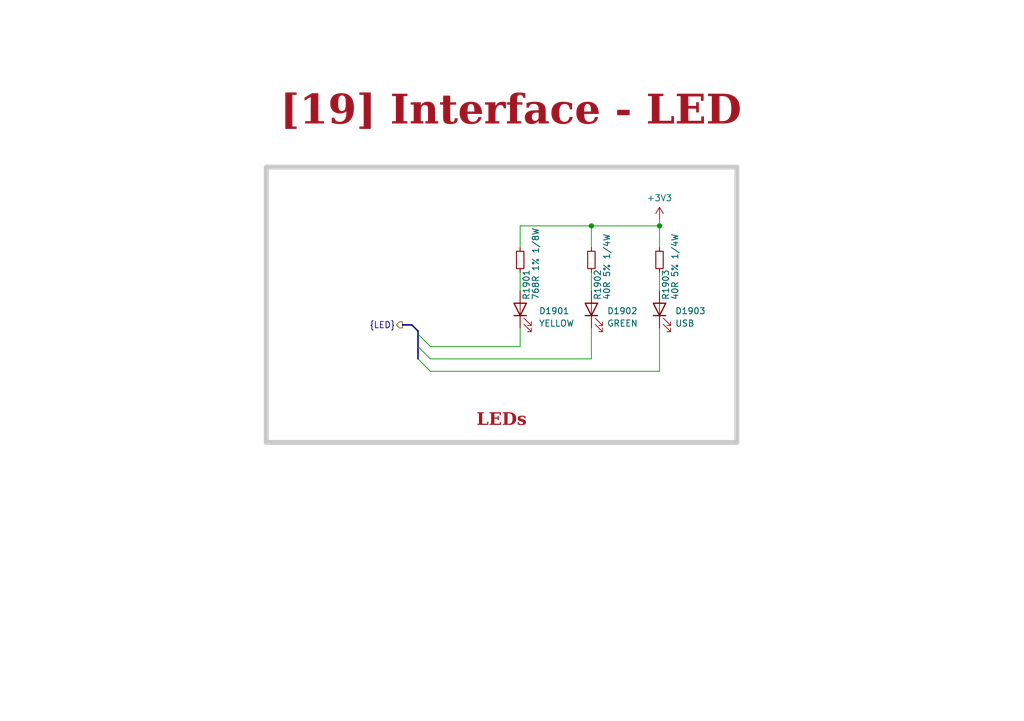
<source format=kicad_sch>
(kicad_sch (version 20230121) (generator eeschema)
  (paper "A5")
  (lib_symbols
    (symbol "Device:LED" (pin_numbers hide) (pin_names (offset 1.016) hide)
      (property "Reference" "D" (at 0 2.54 0))
      (property "Value" "LED" (at 0 -2.54 0))
      (symbol "LED_0_1"
        (polyline (pts (xy -1.27 -1.27) (xy -1.27 1.27)) (stroke (width 0.254)))
        (polyline (pts (xy -1.27 0) (xy 1.27 0)))
        (polyline (pts (xy 1.27 -1.27) (xy 1.27 1.27) (xy -1.27 0) (xy 1.27 -1.27)) (stroke (width 0.254)))
        (polyline (pts (xy -3.048 -0.762) (xy -4.572 -2.286) (xy -3.81 -2.286) (xy -4.572 -2.286) (xy -4.572 -1.524)))
        (polyline (pts (xy -1.778 -0.762) (xy -3.302 -2.286) (xy -2.54 -2.286) (xy -3.302 -2.286) (xy -3.302 -1.524)))
      )
      (symbol "LED_1_1"
        (pin passive line (at -3.81 0 0) (length 2.54) (name "K") (number "1"))
        (pin passive line (at 3.81 0 180) (length 2.54) (name "A") (number "2"))
      )
    )
    (symbol "Device:R_Small" (pin_numbers hide) (pin_names (offset 0.254) hide)
      (property "Reference" "R" (at 0.762 0.508 0))
      (property "Value" "R_Small" (at 0.762 -1.016 0))
      (symbol "R_Small_0_1"
        (rectangle (start -0.762 1.778) (end 0.762 -1.778) (stroke (width 0.2032)))
      )
      (symbol "R_Small_1_1"
        (pin passive line (at 0 2.54 270) (length 0.762) (name "~") (number "1"))
        (pin passive line (at 0 -2.54 90) (length 0.762) (name "~") (number "2"))
      )
    )
    (symbol "power:+3V3" (power) (pin_names (offset 0))
      (property "Value" "+3V3" (at 0 3.556 0))
      (symbol "+3V3_0_1"
        (polyline (pts (xy -0.762 1.27) (xy 0 2.54)))
        (polyline (pts (xy 0 0) (xy 0 2.54)))
        (polyline (pts (xy 0 2.54) (xy 0.762 1.27)))
      )
      (symbol "+3V3_1_1"
        (pin power_in line (at 0 0 90) (length 0) hide (name "+3V3") (number "1"))
      )
    )
  )
  (junction (at 135.255 46.355))
  (junction (at 121.285 46.355))
  (bus_entry (at 88.265 73.66) (size -2.54 -2.54))
  (bus_entry (at 88.265 71.12) (size -2.54 -2.54))
  (bus_entry (at 88.265 76.2) (size -2.54 -2.54))
  (wire (pts (xy 88.265 76.2) (xy 135.255 76.2)))
  (bus (pts (xy 85.725 67.945) (xy 85.725 68.58)))
  (wire (pts (xy 106.68 55.88) (xy 106.68 59.69)))
  (bus (pts (xy 85.725 67.945) (xy 84.455 66.675)))
  (wire (pts (xy 135.255 55.88) (xy 135.255 59.69)))
  (bus (pts (xy 84.455 66.675) (xy 82.55 66.675)))
  (bus (pts (xy 85.725 71.12) (xy 85.725 73.66)))
  (wire (pts (xy 88.265 71.12) (xy 106.68 71.12)))
  (wire (pts (xy 106.68 46.355) (xy 106.68 50.8)))
  (wire (pts (xy 121.285 46.355) (xy 121.285 50.8)))
  (wire (pts (xy 135.255 67.31) (xy 135.255 76.2)))
  (wire (pts (xy 106.68 46.355) (xy 121.285 46.355)))
  (wire (pts (xy 121.285 55.88) (xy 121.285 59.69)))
  (wire (pts (xy 106.68 67.31) (xy 106.68 71.12)))
  (wire (pts (xy 121.285 67.31) (xy 121.285 73.66)))
  (wire (pts (xy 135.255 46.355) (xy 135.255 50.8)))
  (wire (pts (xy 135.255 45.085) (xy 135.255 46.355)))
  (wire (pts (xy 121.285 46.355) (xy 135.255 46.355)))
  (wire (pts (xy 88.265 73.66) (xy 121.285 73.66)))
  (bus (pts (xy 85.725 68.58) (xy 85.725 71.12)))
  (rectangle (start 54.61 34.29) (end 151.13 90.805) (stroke (width 1) (color 200 200 200 1)))
  (text_box "LEDs" (at 55.88 80.01 0) (size 93.98 9.525) (stroke (width -0.0001)) (effects (font (size 2.54 2.54) (thickness 0.508) bold) (justify bottom)))
  (text_box "[19] Interface - LED\n" (at 11.43 16.51 0) (size 186.69 12.7) (stroke (width -0.0001)) (effects (font (size 6 6) (thickness 1.2) bold)))
  (hierarchical_label "{LED}" (shape output) (at 82.55 66.675 180))
  (symbol (lib_id "power:+3V3") (at 135.255 45.085 0) (unit 1)
    (property "Reference" "#PWR01901" (effects hide))
    (property "Value" "+3V3" (at 135.255 40.64 0))
  )
  (symbol (lib_id "Device:R_Small") (at 135.255 53.34 180) (unit 1)
    (property "Reference" "R1903" (at 136.525 61.595 90) (effects (justify right)))
    (property "Value" "40R 5% 1/4W" (at 138.43 61.595 90) (effects (justify right)))
    (property "Footprint" "Resistor_SMD:R_0603_1608Metric" (effects hide))
    (property "Datasheet" "https://fscdn.rohm.com/en/products/databook/datasheet/passive/resistor/chip_resistor/esr-e.pdf" (effects hide))
    (property "Digikey ref" "RHM240DCT-ND" (effects hide))
    (property "Manufacturer ref" "ESR03EZPJ241" (effects hide))
    (instances (project "smps_legged_robot" (path "" (reference "R1903") (unit 1))) (project "orion_pcb" (path "" (reference "R203") (unit 1))))
  )
  (symbol (lib_id "Device:LED") (at 135.255 63.5 90) (unit 1)
    (property "Reference" "D1903" (at 138.43 63.8175 90) (effects (justify right)))
    (property "Value" "USB" (at 138.43 66.3575 90) (effects (justify right)))
    (property "Footprint" "LED_SMD:LED_0603_1608Metric" (effects hide))
    (property "Datasheet" "https://www.bivar.com/parts_content/Datasheets/SM0603GC.pdf" (effects hide))
    (property "Manufacturer ref" "SM0603GC" (effects hide))
    (property "Digikey ref" "492-1324-1-ND" (effects hide))
    (instances (project "smps_legged_robot" (path "" (reference "D1903") (unit 1))) (project "orion_pcb" (path "" (reference "D203") (unit 1))))
  )
  (symbol (lib_id "Device:LED") (at 106.68 63.5 90) (unit 1)
    (property "Reference" "D1901" (at 110.49 63.8174 90) (effects (justify right)))
    (property "Value" "YELLOW" (at 110.49 66.3574 90) (effects (justify right)))
    (property "Footprint" "LED_SMD:LED_0603_1608Metric" (effects hide))
    (property "Datasheet" "https://www.bivar.com/parts_content/Datasheets/SM0603UYC.pdf" (effects hide))
    (property "Manufacturer ref" "SM0603UYC" (effects hide))
    (property "Digikey ref" "492-1325-1-ND" (effects hide))
    (instances (project "smps_legged_robot" (path "" (reference "D1901") (unit 1))) (project "orion_pcb" (path "" (reference "D202") (unit 1))))
  )
  (symbol (lib_id "Device:R_Small") (at 121.285 53.34 180) (unit 1)
    (property "Reference" "R1902" (at 122.555 61.595 90) (effects (justify right)))
    (property "Value" "40R 5% 1/4W" (at 124.46 61.595 90) (effects (justify right)))
    (property "Footprint" "Resistor_SMD:R_0603_1608Metric" (effects hide))
    (property "Datasheet" "https://fscdn.rohm.com/en/products/databook/datasheet/passive/resistor/chip_resistor/esr-e.pdf" (effects hide))
    (property "Digikey ref" "RHM240DCT-ND" (effects hide))
    (property "Manufacturer ref" "ESR03EZPJ241" (effects hide))
    (instances (project "smps_legged_robot" (path "" (reference "R1902") (unit 1))) (project "orion_pcb" (path "" (reference "R203") (unit 1))))
  )
  (symbol (lib_id "Device:R_Small") (at 106.68 53.34 180) (unit 1)
    (property "Reference" "R1901" (at 107.95 61.595 90) (effects (justify right)))
    (property "Value" "768R 1% 1/8W" (at 109.855 61.595 90) (effects (justify right)))
    (property "Footprint" "Resistor_SMD:R_0603_1608Metric" (effects hide))
    (property "Datasheet" "https://www.koaspeer.com/pdfs/RK73H.pdf" (effects hide))
    (property "Digikey ref" "2019-RK73H1JTTD7680FCT-ND" (effects hide))
    (property "Manufacturer ref" "RK73H1JTTD7680F" (effects hide))
    (instances (project "smps_legged_robot" (path "" (reference "R1901") (unit 1))) (project "orion_pcb" (path "" (reference "R202") (unit 1))))
  )
  (symbol (lib_id "Device:LED") (at 121.285 63.5 90) (unit 1)
    (property "Reference" "D1902" (at 124.46 63.8174 90) (effects (justify right)))
    (property "Value" "GREEN" (at 124.46 66.3574 90) (effects (justify right)))
    (property "Footprint" "LED_SMD:LED_0603_1608Metric" (effects hide))
    (property "Datasheet" "https://www.bivar.com/parts_content/Datasheets/SM0603GC.pdf" (effects hide))
    (property "Manufacturer ref" "SM0603GC" (effects hide))
    (property "Digikey ref" "492-1324-1-ND" (effects hide))
    (instances (project "smps_legged_robot" (path "" (reference "D1902") (unit 1))) (project "orion_pcb" (path "" (reference "D203") (unit 1))))
  )
)
</source>
